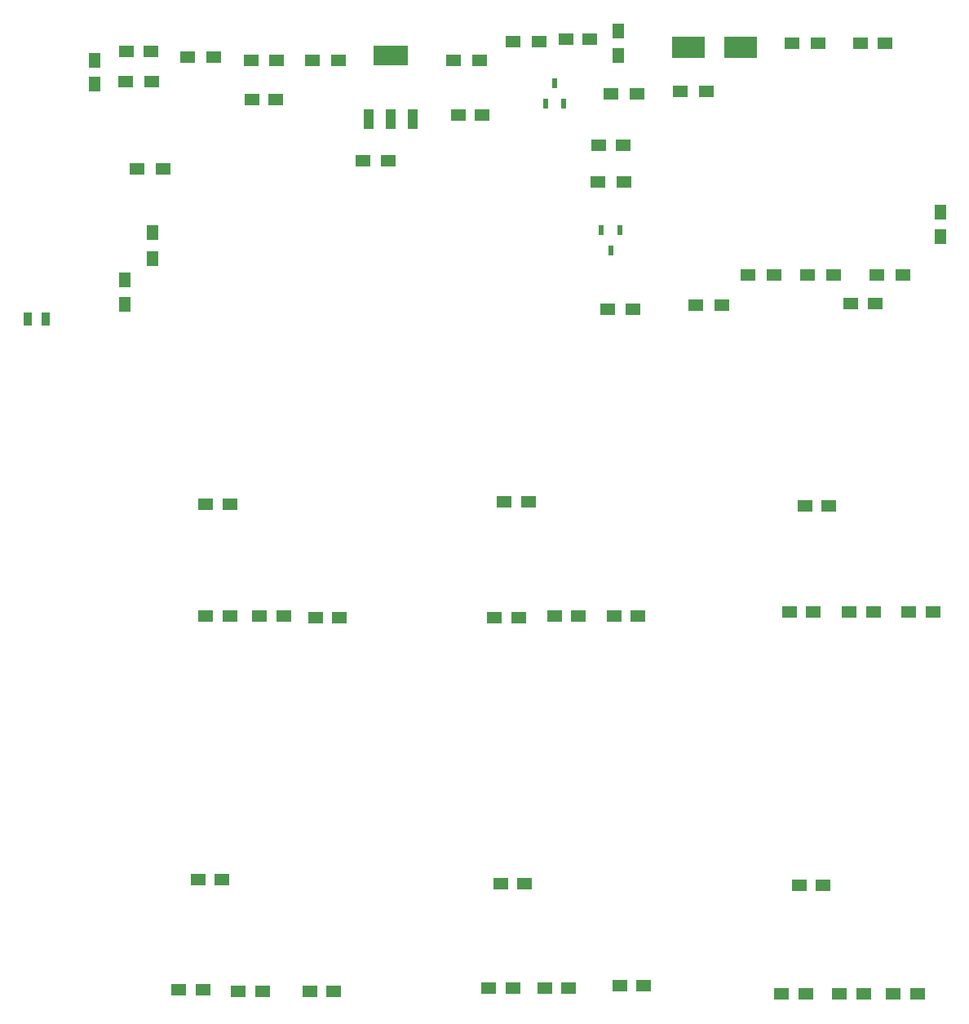
<source format=gtp>
%FSLAX46Y46*%
G04 Gerber Fmt 4.6, Leading zero omitted, Abs format (unit mm)*
G04 Created by KiCad (PCBNEW (2014-10-27 BZR 5228)-product) date 12/17/2014 3:51:32 PM*
%MOMM*%
G01*
G04 APERTURE LIST*
%ADD10C,0.100000*%
%ADD11R,1.500000X1.250000*%
%ADD12R,1.250000X1.500000*%
%ADD13R,1.500000X1.300000*%
%ADD14R,1.300000X1.500000*%
%ADD15R,3.500120X2.301240*%
%ADD16R,0.599440X1.000760*%
%ADD17R,3.657600X2.032000*%
%ADD18R,1.016000X2.032000*%
%ADD19R,0.889000X1.397000*%
G04 APERTURE END LIST*
D10*
D11*
X88050000Y-40400000D03*
X85550000Y-40400000D03*
D12*
X82200000Y-43850000D03*
X82200000Y-41350000D03*
X85400000Y-64150000D03*
X85400000Y-66650000D03*
D11*
X131150000Y-39200000D03*
X133650000Y-39200000D03*
X101050000Y-45400000D03*
X98550000Y-45400000D03*
D12*
X136600000Y-40850000D03*
X136600000Y-38350000D03*
D11*
X161750000Y-39600000D03*
X164250000Y-39600000D03*
X119950000Y-47000000D03*
X122450000Y-47000000D03*
X160750000Y-66600000D03*
X163250000Y-66600000D03*
D12*
X170000000Y-57150000D03*
X170000000Y-59650000D03*
D11*
X134550000Y-50200000D03*
X137050000Y-50200000D03*
X124750000Y-87200000D03*
X127250000Y-87200000D03*
X155950000Y-87600000D03*
X158450000Y-87600000D03*
X92950000Y-126400000D03*
X95450000Y-126400000D03*
X124350000Y-126800000D03*
X126850000Y-126800000D03*
X155350000Y-127000000D03*
X157850000Y-127000000D03*
X93750000Y-99000000D03*
X96250000Y-99000000D03*
X123750000Y-99200000D03*
X126250000Y-99200000D03*
X90950000Y-137800000D03*
X93450000Y-137800000D03*
D13*
X89350000Y-52600000D03*
X86650000Y-52600000D03*
X88150000Y-43600000D03*
X85450000Y-43600000D03*
D14*
X88200000Y-59250000D03*
X88200000Y-61950000D03*
D13*
X91850000Y-41000000D03*
X94550000Y-41000000D03*
X125650000Y-39400000D03*
X128350000Y-39400000D03*
X112750000Y-51800000D03*
X110050000Y-51800000D03*
X101150000Y-41400000D03*
X98450000Y-41400000D03*
X138550000Y-44800000D03*
X135850000Y-44800000D03*
X107550000Y-41400000D03*
X104850000Y-41400000D03*
X145750000Y-44600000D03*
X143050000Y-44600000D03*
X122150000Y-41400000D03*
X119450000Y-41400000D03*
X144650000Y-66800000D03*
X147350000Y-66800000D03*
X158950000Y-63600000D03*
X156250000Y-63600000D03*
X152750000Y-63600000D03*
X150050000Y-63600000D03*
X166150000Y-63600000D03*
X163450000Y-63600000D03*
X154650000Y-39600000D03*
X157350000Y-39600000D03*
X134450000Y-54000000D03*
X137150000Y-54000000D03*
X135450000Y-67200000D03*
X138150000Y-67200000D03*
D11*
X123150000Y-137600000D03*
X125650000Y-137600000D03*
X153550000Y-138200000D03*
X156050000Y-138200000D03*
X99350000Y-99000000D03*
X101850000Y-99000000D03*
X129950000Y-99000000D03*
X132450000Y-99000000D03*
X160550000Y-98600000D03*
X163050000Y-98600000D03*
X97150000Y-138000000D03*
X99650000Y-138000000D03*
X128950000Y-137600000D03*
X131450000Y-137600000D03*
X159550000Y-138200000D03*
X162050000Y-138200000D03*
X105150000Y-99200000D03*
X107650000Y-99200000D03*
X136150000Y-99000000D03*
X138650000Y-99000000D03*
X166750000Y-98600000D03*
X169250000Y-98600000D03*
X104550000Y-138000000D03*
X107050000Y-138000000D03*
X136750000Y-137400000D03*
X139250000Y-137400000D03*
X165150000Y-138200000D03*
X167650000Y-138200000D03*
D15*
X149300020Y-40000000D03*
X143899980Y-40000000D03*
D16*
X129047500Y-45856640D03*
X130000000Y-43743360D03*
X130952500Y-45856640D03*
D17*
X113000000Y-40898000D03*
D18*
X113000000Y-47502000D03*
X115286000Y-47502000D03*
X110714000Y-47502000D03*
D16*
X136752500Y-58943360D03*
X135800000Y-61056640D03*
X134847500Y-58943360D03*
D11*
X93750000Y-87400000D03*
X96250000Y-87400000D03*
X154350000Y-98600000D03*
X156850000Y-98600000D03*
D19*
X75247500Y-68200000D03*
X77152500Y-68200000D03*
M02*

</source>
